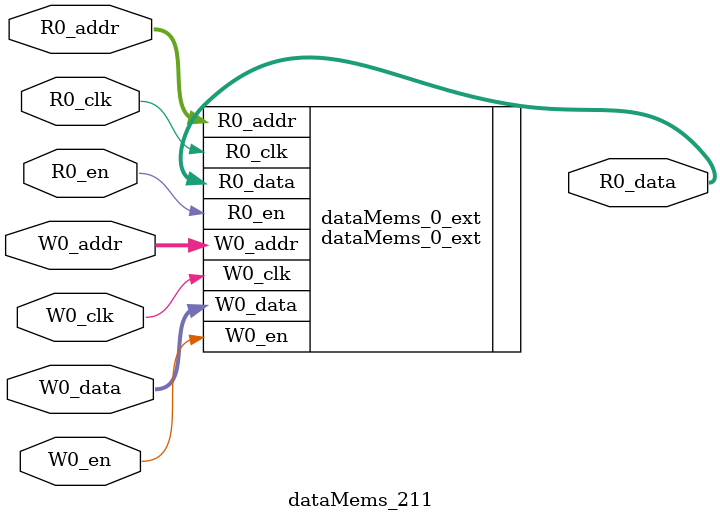
<source format=sv>
`ifndef RANDOMIZE
  `ifdef RANDOMIZE_REG_INIT
    `define RANDOMIZE
  `endif // RANDOMIZE_REG_INIT
`endif // not def RANDOMIZE
`ifndef RANDOMIZE
  `ifdef RANDOMIZE_MEM_INIT
    `define RANDOMIZE
  `endif // RANDOMIZE_MEM_INIT
`endif // not def RANDOMIZE

`ifndef RANDOM
  `define RANDOM $random
`endif // not def RANDOM

// Users can define 'PRINTF_COND' to add an extra gate to prints.
`ifndef PRINTF_COND_
  `ifdef PRINTF_COND
    `define PRINTF_COND_ (`PRINTF_COND)
  `else  // PRINTF_COND
    `define PRINTF_COND_ 1
  `endif // PRINTF_COND
`endif // not def PRINTF_COND_

// Users can define 'ASSERT_VERBOSE_COND' to add an extra gate to assert error printing.
`ifndef ASSERT_VERBOSE_COND_
  `ifdef ASSERT_VERBOSE_COND
    `define ASSERT_VERBOSE_COND_ (`ASSERT_VERBOSE_COND)
  `else  // ASSERT_VERBOSE_COND
    `define ASSERT_VERBOSE_COND_ 1
  `endif // ASSERT_VERBOSE_COND
`endif // not def ASSERT_VERBOSE_COND_

// Users can define 'STOP_COND' to add an extra gate to stop conditions.
`ifndef STOP_COND_
  `ifdef STOP_COND
    `define STOP_COND_ (`STOP_COND)
  `else  // STOP_COND
    `define STOP_COND_ 1
  `endif // STOP_COND
`endif // not def STOP_COND_

// Users can define INIT_RANDOM as general code that gets injected into the
// initializer block for modules with registers.
`ifndef INIT_RANDOM
  `define INIT_RANDOM
`endif // not def INIT_RANDOM

// If using random initialization, you can also define RANDOMIZE_DELAY to
// customize the delay used, otherwise 0.002 is used.
`ifndef RANDOMIZE_DELAY
  `define RANDOMIZE_DELAY 0.002
`endif // not def RANDOMIZE_DELAY

// Define INIT_RANDOM_PROLOG_ for use in our modules below.
`ifndef INIT_RANDOM_PROLOG_
  `ifdef RANDOMIZE
    `ifdef VERILATOR
      `define INIT_RANDOM_PROLOG_ `INIT_RANDOM
    `else  // VERILATOR
      `define INIT_RANDOM_PROLOG_ `INIT_RANDOM #`RANDOMIZE_DELAY begin end
    `endif // VERILATOR
  `else  // RANDOMIZE
    `define INIT_RANDOM_PROLOG_
  `endif // RANDOMIZE
`endif // not def INIT_RANDOM_PROLOG_

// Include register initializers in init blocks unless synthesis is set
`ifndef SYNTHESIS
  `ifndef ENABLE_INITIAL_REG_
    `define ENABLE_INITIAL_REG_
  `endif // not def ENABLE_INITIAL_REG_
`endif // not def SYNTHESIS

// Include rmemory initializers in init blocks unless synthesis is set
`ifndef SYNTHESIS
  `ifndef ENABLE_INITIAL_MEM_
    `define ENABLE_INITIAL_MEM_
  `endif // not def ENABLE_INITIAL_MEM_
`endif // not def SYNTHESIS

module dataMems_211(	// @[generators/ara/src/main/scala/UnsafeAXI4ToTL.scala:365:62]
  input  [4:0]   R0_addr,
  input          R0_en,
  input          R0_clk,
  output [130:0] R0_data,
  input  [4:0]   W0_addr,
  input          W0_en,
  input          W0_clk,
  input  [130:0] W0_data
);

  dataMems_0_ext dataMems_0_ext (	// @[generators/ara/src/main/scala/UnsafeAXI4ToTL.scala:365:62]
    .R0_addr (R0_addr),
    .R0_en   (R0_en),
    .R0_clk  (R0_clk),
    .R0_data (R0_data),
    .W0_addr (W0_addr),
    .W0_en   (W0_en),
    .W0_clk  (W0_clk),
    .W0_data (W0_data)
  );
endmodule


</source>
